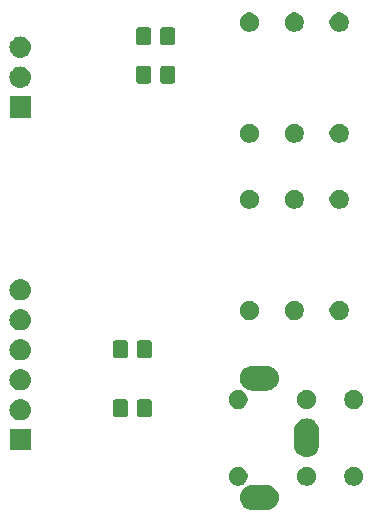
<source format=gts>
G04 #@! TF.GenerationSoftware,KiCad,Pcbnew,(5.0.1)-4*
G04 #@! TF.CreationDate,2019-02-11T23:05:39+00:00*
G04 #@! TF.ProjectId,FT-8900-Headset,46542D383930302D486561647365742E,rev?*
G04 #@! TF.SameCoordinates,Original*
G04 #@! TF.FileFunction,Soldermask,Top*
G04 #@! TF.FilePolarity,Negative*
%FSLAX46Y46*%
G04 Gerber Fmt 4.6, Leading zero omitted, Abs format (unit mm)*
G04 Created by KiCad (PCBNEW (5.0.1)-4) date 11/02/2019 23:05:39*
%MOMM*%
%LPD*%
G01*
G04 APERTURE LIST*
%ADD10C,0.100000*%
G04 APERTURE END LIST*
D10*
G36*
X174307408Y-123519310D02*
X174307411Y-123519311D01*
X174307412Y-123519311D01*
X174505430Y-123579379D01*
X174505432Y-123579380D01*
X174505435Y-123579381D01*
X174687925Y-123676923D01*
X174847882Y-123808198D01*
X174979157Y-123968155D01*
X175076699Y-124150645D01*
X175136770Y-124348672D01*
X175157052Y-124554600D01*
X175136770Y-124760528D01*
X175076699Y-124958555D01*
X174979157Y-125141045D01*
X174847882Y-125301002D01*
X174687925Y-125432277D01*
X174505435Y-125529819D01*
X174505432Y-125529820D01*
X174505430Y-125529821D01*
X174307412Y-125589889D01*
X174307411Y-125589889D01*
X174307408Y-125589890D01*
X174153081Y-125605090D01*
X172850999Y-125605090D01*
X172696672Y-125589890D01*
X172696669Y-125589889D01*
X172696668Y-125589889D01*
X172498650Y-125529821D01*
X172498648Y-125529820D01*
X172498645Y-125529819D01*
X172316155Y-125432277D01*
X172156198Y-125301002D01*
X172024923Y-125141045D01*
X171927381Y-124958555D01*
X171867310Y-124760528D01*
X171847028Y-124554600D01*
X171867310Y-124348672D01*
X171927381Y-124150645D01*
X172024923Y-123968155D01*
X172156198Y-123808198D01*
X172316155Y-123676923D01*
X172498645Y-123579381D01*
X172498648Y-123579380D01*
X172498650Y-123579379D01*
X172696668Y-123519311D01*
X172696669Y-123519311D01*
X172696672Y-123519310D01*
X172850999Y-123504110D01*
X174153081Y-123504110D01*
X174307408Y-123519310D01*
X174307408Y-123519310D01*
G37*
G36*
X181733643Y-121979781D02*
X181879415Y-122040162D01*
X182010611Y-122127824D01*
X182122176Y-122239389D01*
X182209838Y-122370585D01*
X182270219Y-122516357D01*
X182301000Y-122671107D01*
X182301000Y-122828893D01*
X182270219Y-122983643D01*
X182209838Y-123129415D01*
X182122176Y-123260611D01*
X182010611Y-123372176D01*
X181879415Y-123459838D01*
X181733643Y-123520219D01*
X181578893Y-123551000D01*
X181421107Y-123551000D01*
X181266357Y-123520219D01*
X181120585Y-123459838D01*
X180989389Y-123372176D01*
X180877824Y-123260611D01*
X180790162Y-123129415D01*
X180729781Y-122983643D01*
X180699000Y-122828893D01*
X180699000Y-122671107D01*
X180729781Y-122516357D01*
X180790162Y-122370585D01*
X180877824Y-122239389D01*
X180989389Y-122127824D01*
X181120585Y-122040162D01*
X181266357Y-121979781D01*
X181421107Y-121949000D01*
X181578893Y-121949000D01*
X181733643Y-121979781D01*
X181733643Y-121979781D01*
G37*
G36*
X171933643Y-121979781D02*
X172079415Y-122040162D01*
X172210611Y-122127824D01*
X172322176Y-122239389D01*
X172409838Y-122370585D01*
X172470219Y-122516357D01*
X172501000Y-122671107D01*
X172501000Y-122828893D01*
X172470219Y-122983643D01*
X172409838Y-123129415D01*
X172322176Y-123260611D01*
X172210611Y-123372176D01*
X172079415Y-123459838D01*
X171933643Y-123520219D01*
X171778893Y-123551000D01*
X171621107Y-123551000D01*
X171466357Y-123520219D01*
X171320585Y-123459838D01*
X171189389Y-123372176D01*
X171077824Y-123260611D01*
X170990162Y-123129415D01*
X170929781Y-122983643D01*
X170899000Y-122828893D01*
X170899000Y-122671107D01*
X170929781Y-122516357D01*
X170990162Y-122370585D01*
X171077824Y-122239389D01*
X171189389Y-122127824D01*
X171320585Y-122040162D01*
X171466357Y-121979781D01*
X171621107Y-121949000D01*
X171778893Y-121949000D01*
X171933643Y-121979781D01*
X171933643Y-121979781D01*
G37*
G36*
X177733643Y-121979781D02*
X177879415Y-122040162D01*
X178010611Y-122127824D01*
X178122176Y-122239389D01*
X178209838Y-122370585D01*
X178270219Y-122516357D01*
X178301000Y-122671107D01*
X178301000Y-122828893D01*
X178270219Y-122983643D01*
X178209838Y-123129415D01*
X178122176Y-123260611D01*
X178010611Y-123372176D01*
X177879415Y-123459838D01*
X177733643Y-123520219D01*
X177578893Y-123551000D01*
X177421107Y-123551000D01*
X177266357Y-123520219D01*
X177120585Y-123459838D01*
X176989389Y-123372176D01*
X176877824Y-123260611D01*
X176790162Y-123129415D01*
X176729781Y-122983643D01*
X176699000Y-122828893D01*
X176699000Y-122671107D01*
X176729781Y-122516357D01*
X176790162Y-122370585D01*
X176877824Y-122239389D01*
X176989389Y-122127824D01*
X177120585Y-122040162D01*
X177266357Y-121979781D01*
X177421107Y-121949000D01*
X177578893Y-121949000D01*
X177733643Y-121979781D01*
X177733643Y-121979781D01*
G37*
G36*
X177705927Y-117865270D02*
X177705930Y-117865271D01*
X177705931Y-117865271D01*
X177903949Y-117925339D01*
X177903951Y-117925340D01*
X177903954Y-117925341D01*
X178086444Y-118022883D01*
X178246402Y-118154158D01*
X178377677Y-118314115D01*
X178475219Y-118496605D01*
X178535290Y-118694632D01*
X178550490Y-118848959D01*
X178550490Y-120151041D01*
X178535290Y-120305368D01*
X178475219Y-120503395D01*
X178377677Y-120685885D01*
X178246402Y-120845842D01*
X178086445Y-120977117D01*
X177903955Y-121074659D01*
X177903952Y-121074660D01*
X177903950Y-121074661D01*
X177705932Y-121134729D01*
X177705931Y-121134729D01*
X177705928Y-121134730D01*
X177500000Y-121155012D01*
X177294073Y-121134730D01*
X177294070Y-121134729D01*
X177294069Y-121134729D01*
X177096051Y-121074661D01*
X177096049Y-121074660D01*
X177096046Y-121074659D01*
X176913556Y-120977117D01*
X176753599Y-120845842D01*
X176622325Y-120685886D01*
X176524780Y-120503392D01*
X176464710Y-120305368D01*
X176449510Y-120151041D01*
X176449510Y-118848960D01*
X176464710Y-118694633D01*
X176464711Y-118694629D01*
X176524779Y-118496611D01*
X176524780Y-118496609D01*
X176524781Y-118496606D01*
X176622323Y-118314116D01*
X176753598Y-118154158D01*
X176913555Y-118022883D01*
X177096045Y-117925341D01*
X177096048Y-117925340D01*
X177096050Y-117925339D01*
X177294068Y-117865271D01*
X177294069Y-117865271D01*
X177294072Y-117865270D01*
X177500000Y-117844988D01*
X177705927Y-117865270D01*
X177705927Y-117865270D01*
G37*
G36*
X154151000Y-120561000D02*
X152349000Y-120561000D01*
X152349000Y-118759000D01*
X154151000Y-118759000D01*
X154151000Y-120561000D01*
X154151000Y-120561000D01*
G37*
G36*
X153360443Y-116225519D02*
X153426627Y-116232037D01*
X153534955Y-116264898D01*
X153596467Y-116283557D01*
X153681283Y-116328893D01*
X153752991Y-116367222D01*
X153760806Y-116373636D01*
X153890186Y-116479814D01*
X153973448Y-116581271D01*
X154002778Y-116617009D01*
X154002779Y-116617011D01*
X154086443Y-116773533D01*
X154086443Y-116773534D01*
X154137963Y-116943373D01*
X154155359Y-117120000D01*
X154137963Y-117296627D01*
X154103616Y-117409853D01*
X154086443Y-117466467D01*
X154079836Y-117478827D01*
X154002778Y-117622991D01*
X153973448Y-117658729D01*
X153890186Y-117760186D01*
X153788729Y-117843448D01*
X153752991Y-117872778D01*
X153752989Y-117872779D01*
X153596467Y-117956443D01*
X153539853Y-117973616D01*
X153426627Y-118007963D01*
X153360443Y-118014481D01*
X153294260Y-118021000D01*
X153205740Y-118021000D01*
X153139557Y-118014481D01*
X153073373Y-118007963D01*
X152960147Y-117973616D01*
X152903533Y-117956443D01*
X152747011Y-117872779D01*
X152747009Y-117872778D01*
X152711271Y-117843448D01*
X152609814Y-117760186D01*
X152526552Y-117658729D01*
X152497222Y-117622991D01*
X152420164Y-117478827D01*
X152413557Y-117466467D01*
X152396384Y-117409853D01*
X152362037Y-117296627D01*
X152344641Y-117120000D01*
X152362037Y-116943373D01*
X152413557Y-116773534D01*
X152413557Y-116773533D01*
X152497221Y-116617011D01*
X152497222Y-116617009D01*
X152526552Y-116581271D01*
X152609814Y-116479814D01*
X152739194Y-116373636D01*
X152747009Y-116367222D01*
X152818717Y-116328893D01*
X152903533Y-116283557D01*
X152965045Y-116264898D01*
X153073373Y-116232037D01*
X153139557Y-116225519D01*
X153205740Y-116219000D01*
X153294260Y-116219000D01*
X153360443Y-116225519D01*
X153360443Y-116225519D01*
G37*
G36*
X164238677Y-116253465D02*
X164276364Y-116264898D01*
X164311103Y-116283466D01*
X164341548Y-116308452D01*
X164366534Y-116338897D01*
X164385102Y-116373636D01*
X164396535Y-116411323D01*
X164401000Y-116456661D01*
X164401000Y-117543339D01*
X164396535Y-117588677D01*
X164385102Y-117626364D01*
X164366534Y-117661103D01*
X164341548Y-117691548D01*
X164311103Y-117716534D01*
X164276364Y-117735102D01*
X164238677Y-117746535D01*
X164193339Y-117751000D01*
X163356661Y-117751000D01*
X163311323Y-117746535D01*
X163273636Y-117735102D01*
X163238897Y-117716534D01*
X163208452Y-117691548D01*
X163183466Y-117661103D01*
X163164898Y-117626364D01*
X163153465Y-117588677D01*
X163149000Y-117543339D01*
X163149000Y-116456661D01*
X163153465Y-116411323D01*
X163164898Y-116373636D01*
X163183466Y-116338897D01*
X163208452Y-116308452D01*
X163238897Y-116283466D01*
X163273636Y-116264898D01*
X163311323Y-116253465D01*
X163356661Y-116249000D01*
X164193339Y-116249000D01*
X164238677Y-116253465D01*
X164238677Y-116253465D01*
G37*
G36*
X162188677Y-116253465D02*
X162226364Y-116264898D01*
X162261103Y-116283466D01*
X162291548Y-116308452D01*
X162316534Y-116338897D01*
X162335102Y-116373636D01*
X162346535Y-116411323D01*
X162351000Y-116456661D01*
X162351000Y-117543339D01*
X162346535Y-117588677D01*
X162335102Y-117626364D01*
X162316534Y-117661103D01*
X162291548Y-117691548D01*
X162261103Y-117716534D01*
X162226364Y-117735102D01*
X162188677Y-117746535D01*
X162143339Y-117751000D01*
X161306661Y-117751000D01*
X161261323Y-117746535D01*
X161223636Y-117735102D01*
X161188897Y-117716534D01*
X161158452Y-117691548D01*
X161133466Y-117661103D01*
X161114898Y-117626364D01*
X161103465Y-117588677D01*
X161099000Y-117543339D01*
X161099000Y-116456661D01*
X161103465Y-116411323D01*
X161114898Y-116373636D01*
X161133466Y-116338897D01*
X161158452Y-116308452D01*
X161188897Y-116283466D01*
X161223636Y-116264898D01*
X161261323Y-116253465D01*
X161306661Y-116249000D01*
X162143339Y-116249000D01*
X162188677Y-116253465D01*
X162188677Y-116253465D01*
G37*
G36*
X171933643Y-115479781D02*
X172079415Y-115540162D01*
X172210611Y-115627824D01*
X172322176Y-115739389D01*
X172409838Y-115870585D01*
X172470219Y-116016357D01*
X172501000Y-116171107D01*
X172501000Y-116328893D01*
X172470219Y-116483643D01*
X172409838Y-116629415D01*
X172322176Y-116760611D01*
X172210611Y-116872176D01*
X172079415Y-116959838D01*
X171933643Y-117020219D01*
X171778893Y-117051000D01*
X171621107Y-117051000D01*
X171466357Y-117020219D01*
X171320585Y-116959838D01*
X171189389Y-116872176D01*
X171077824Y-116760611D01*
X170990162Y-116629415D01*
X170929781Y-116483643D01*
X170899000Y-116328893D01*
X170899000Y-116171107D01*
X170929781Y-116016357D01*
X170990162Y-115870585D01*
X171077824Y-115739389D01*
X171189389Y-115627824D01*
X171320585Y-115540162D01*
X171466357Y-115479781D01*
X171621107Y-115449000D01*
X171778893Y-115449000D01*
X171933643Y-115479781D01*
X171933643Y-115479781D01*
G37*
G36*
X181733643Y-115479781D02*
X181879415Y-115540162D01*
X182010611Y-115627824D01*
X182122176Y-115739389D01*
X182209838Y-115870585D01*
X182270219Y-116016357D01*
X182301000Y-116171107D01*
X182301000Y-116328893D01*
X182270219Y-116483643D01*
X182209838Y-116629415D01*
X182122176Y-116760611D01*
X182010611Y-116872176D01*
X181879415Y-116959838D01*
X181733643Y-117020219D01*
X181578893Y-117051000D01*
X181421107Y-117051000D01*
X181266357Y-117020219D01*
X181120585Y-116959838D01*
X180989389Y-116872176D01*
X180877824Y-116760611D01*
X180790162Y-116629415D01*
X180729781Y-116483643D01*
X180699000Y-116328893D01*
X180699000Y-116171107D01*
X180729781Y-116016357D01*
X180790162Y-115870585D01*
X180877824Y-115739389D01*
X180989389Y-115627824D01*
X181120585Y-115540162D01*
X181266357Y-115479781D01*
X181421107Y-115449000D01*
X181578893Y-115449000D01*
X181733643Y-115479781D01*
X181733643Y-115479781D01*
G37*
G36*
X177733643Y-115479781D02*
X177879415Y-115540162D01*
X178010611Y-115627824D01*
X178122176Y-115739389D01*
X178209838Y-115870585D01*
X178270219Y-116016357D01*
X178301000Y-116171107D01*
X178301000Y-116328893D01*
X178270219Y-116483643D01*
X178209838Y-116629415D01*
X178122176Y-116760611D01*
X178010611Y-116872176D01*
X177879415Y-116959838D01*
X177733643Y-117020219D01*
X177578893Y-117051000D01*
X177421107Y-117051000D01*
X177266357Y-117020219D01*
X177120585Y-116959838D01*
X176989389Y-116872176D01*
X176877824Y-116760611D01*
X176790162Y-116629415D01*
X176729781Y-116483643D01*
X176699000Y-116328893D01*
X176699000Y-116171107D01*
X176729781Y-116016357D01*
X176790162Y-115870585D01*
X176877824Y-115739389D01*
X176989389Y-115627824D01*
X177120585Y-115540162D01*
X177266357Y-115479781D01*
X177421107Y-115449000D01*
X177578893Y-115449000D01*
X177733643Y-115479781D01*
X177733643Y-115479781D01*
G37*
G36*
X174307408Y-113410110D02*
X174307411Y-113410111D01*
X174307412Y-113410111D01*
X174505430Y-113470179D01*
X174505432Y-113470180D01*
X174505435Y-113470181D01*
X174687925Y-113567723D01*
X174847882Y-113698998D01*
X174979157Y-113858955D01*
X175076699Y-114041445D01*
X175076700Y-114041448D01*
X175076701Y-114041450D01*
X175134969Y-114233534D01*
X175136770Y-114239472D01*
X175157052Y-114445400D01*
X175136770Y-114651328D01*
X175136769Y-114651331D01*
X175136769Y-114651332D01*
X175104829Y-114756625D01*
X175076699Y-114849355D01*
X174979157Y-115031845D01*
X174847882Y-115191802D01*
X174687925Y-115323077D01*
X174505435Y-115420619D01*
X174505432Y-115420620D01*
X174505430Y-115420621D01*
X174307412Y-115480689D01*
X174307411Y-115480689D01*
X174307408Y-115480690D01*
X174153081Y-115495890D01*
X172850999Y-115495890D01*
X172696672Y-115480690D01*
X172696669Y-115480689D01*
X172696668Y-115480689D01*
X172498650Y-115420621D01*
X172498648Y-115420620D01*
X172498645Y-115420619D01*
X172316155Y-115323077D01*
X172156198Y-115191802D01*
X172024923Y-115031845D01*
X171927381Y-114849355D01*
X171899252Y-114756625D01*
X171867311Y-114651332D01*
X171867311Y-114651331D01*
X171867310Y-114651328D01*
X171847028Y-114445400D01*
X171867310Y-114239472D01*
X171869111Y-114233534D01*
X171927379Y-114041450D01*
X171927380Y-114041448D01*
X171927381Y-114041445D01*
X172024923Y-113858955D01*
X172156198Y-113698998D01*
X172316155Y-113567723D01*
X172498645Y-113470181D01*
X172498648Y-113470180D01*
X172498650Y-113470179D01*
X172696668Y-113410111D01*
X172696669Y-113410111D01*
X172696672Y-113410110D01*
X172850999Y-113394910D01*
X174153081Y-113394910D01*
X174307408Y-113410110D01*
X174307408Y-113410110D01*
G37*
G36*
X153360443Y-113685519D02*
X153426627Y-113692037D01*
X153539853Y-113726384D01*
X153596467Y-113743557D01*
X153735087Y-113817652D01*
X153752991Y-113827222D01*
X153788729Y-113856552D01*
X153890186Y-113939814D01*
X153973448Y-114041271D01*
X154002778Y-114077009D01*
X154002779Y-114077011D01*
X154086443Y-114233533D01*
X154103616Y-114290147D01*
X154137963Y-114403373D01*
X154155359Y-114580000D01*
X154137963Y-114756627D01*
X154109836Y-114849350D01*
X154086443Y-114926467D01*
X154030117Y-115031844D01*
X154002778Y-115082991D01*
X153973448Y-115118729D01*
X153890186Y-115220186D01*
X153788729Y-115303448D01*
X153752991Y-115332778D01*
X153752989Y-115332779D01*
X153596467Y-115416443D01*
X153539853Y-115433616D01*
X153426627Y-115467963D01*
X153360443Y-115474481D01*
X153294260Y-115481000D01*
X153205740Y-115481000D01*
X153139557Y-115474481D01*
X153073373Y-115467963D01*
X152960147Y-115433616D01*
X152903533Y-115416443D01*
X152747011Y-115332779D01*
X152747009Y-115332778D01*
X152711271Y-115303448D01*
X152609814Y-115220186D01*
X152526552Y-115118729D01*
X152497222Y-115082991D01*
X152469883Y-115031844D01*
X152413557Y-114926467D01*
X152390164Y-114849350D01*
X152362037Y-114756627D01*
X152344641Y-114580000D01*
X152362037Y-114403373D01*
X152396384Y-114290147D01*
X152413557Y-114233533D01*
X152497221Y-114077011D01*
X152497222Y-114077009D01*
X152526552Y-114041271D01*
X152609814Y-113939814D01*
X152711271Y-113856552D01*
X152747009Y-113827222D01*
X152764913Y-113817652D01*
X152903533Y-113743557D01*
X152960147Y-113726384D01*
X153073373Y-113692037D01*
X153139557Y-113685519D01*
X153205740Y-113679000D01*
X153294260Y-113679000D01*
X153360443Y-113685519D01*
X153360443Y-113685519D01*
G37*
G36*
X153360443Y-111145519D02*
X153426627Y-111152037D01*
X153539853Y-111186384D01*
X153596467Y-111203557D01*
X153689837Y-111253465D01*
X153752991Y-111287222D01*
X153788729Y-111316552D01*
X153890186Y-111399814D01*
X153973448Y-111501271D01*
X154002778Y-111537009D01*
X154002779Y-111537011D01*
X154086443Y-111693533D01*
X154086443Y-111693534D01*
X154137963Y-111863373D01*
X154155359Y-112040000D01*
X154137963Y-112216627D01*
X154103616Y-112329853D01*
X154086443Y-112386467D01*
X154037075Y-112478827D01*
X154002778Y-112542991D01*
X154002492Y-112543339D01*
X153890186Y-112680186D01*
X153788729Y-112763448D01*
X153752991Y-112792778D01*
X153752989Y-112792779D01*
X153596467Y-112876443D01*
X153539853Y-112893616D01*
X153426627Y-112927963D01*
X153360443Y-112934481D01*
X153294260Y-112941000D01*
X153205740Y-112941000D01*
X153139557Y-112934481D01*
X153073373Y-112927963D01*
X152960147Y-112893616D01*
X152903533Y-112876443D01*
X152747011Y-112792779D01*
X152747009Y-112792778D01*
X152711271Y-112763448D01*
X152609814Y-112680186D01*
X152497508Y-112543339D01*
X152497222Y-112542991D01*
X152462925Y-112478827D01*
X152413557Y-112386467D01*
X152396384Y-112329853D01*
X152362037Y-112216627D01*
X152344641Y-112040000D01*
X152362037Y-111863373D01*
X152413557Y-111693534D01*
X152413557Y-111693533D01*
X152497221Y-111537011D01*
X152497222Y-111537009D01*
X152526552Y-111501271D01*
X152609814Y-111399814D01*
X152711271Y-111316552D01*
X152747009Y-111287222D01*
X152810163Y-111253465D01*
X152903533Y-111203557D01*
X152960147Y-111186384D01*
X153073373Y-111152037D01*
X153139557Y-111145519D01*
X153205740Y-111139000D01*
X153294260Y-111139000D01*
X153360443Y-111145519D01*
X153360443Y-111145519D01*
G37*
G36*
X162188677Y-111253465D02*
X162226364Y-111264898D01*
X162261103Y-111283466D01*
X162291548Y-111308452D01*
X162316534Y-111338897D01*
X162335102Y-111373636D01*
X162346535Y-111411323D01*
X162351000Y-111456661D01*
X162351000Y-112543339D01*
X162346535Y-112588677D01*
X162335102Y-112626364D01*
X162316534Y-112661103D01*
X162291548Y-112691548D01*
X162261103Y-112716534D01*
X162226364Y-112735102D01*
X162188677Y-112746535D01*
X162143339Y-112751000D01*
X161306661Y-112751000D01*
X161261323Y-112746535D01*
X161223636Y-112735102D01*
X161188897Y-112716534D01*
X161158452Y-112691548D01*
X161133466Y-112661103D01*
X161114898Y-112626364D01*
X161103465Y-112588677D01*
X161099000Y-112543339D01*
X161099000Y-111456661D01*
X161103465Y-111411323D01*
X161114898Y-111373636D01*
X161133466Y-111338897D01*
X161158452Y-111308452D01*
X161188897Y-111283466D01*
X161223636Y-111264898D01*
X161261323Y-111253465D01*
X161306661Y-111249000D01*
X162143339Y-111249000D01*
X162188677Y-111253465D01*
X162188677Y-111253465D01*
G37*
G36*
X164238677Y-111253465D02*
X164276364Y-111264898D01*
X164311103Y-111283466D01*
X164341548Y-111308452D01*
X164366534Y-111338897D01*
X164385102Y-111373636D01*
X164396535Y-111411323D01*
X164401000Y-111456661D01*
X164401000Y-112543339D01*
X164396535Y-112588677D01*
X164385102Y-112626364D01*
X164366534Y-112661103D01*
X164341548Y-112691548D01*
X164311103Y-112716534D01*
X164276364Y-112735102D01*
X164238677Y-112746535D01*
X164193339Y-112751000D01*
X163356661Y-112751000D01*
X163311323Y-112746535D01*
X163273636Y-112735102D01*
X163238897Y-112716534D01*
X163208452Y-112691548D01*
X163183466Y-112661103D01*
X163164898Y-112626364D01*
X163153465Y-112588677D01*
X163149000Y-112543339D01*
X163149000Y-111456661D01*
X163153465Y-111411323D01*
X163164898Y-111373636D01*
X163183466Y-111338897D01*
X163208452Y-111308452D01*
X163238897Y-111283466D01*
X163273636Y-111264898D01*
X163311323Y-111253465D01*
X163356661Y-111249000D01*
X164193339Y-111249000D01*
X164238677Y-111253465D01*
X164238677Y-111253465D01*
G37*
G36*
X153360442Y-108605518D02*
X153426627Y-108612037D01*
X153539853Y-108646384D01*
X153596467Y-108663557D01*
X153735087Y-108737652D01*
X153752991Y-108747222D01*
X153788729Y-108776552D01*
X153890186Y-108859814D01*
X153953647Y-108937143D01*
X154002778Y-108997009D01*
X154002779Y-108997011D01*
X154086443Y-109153533D01*
X154086443Y-109153534D01*
X154137963Y-109323373D01*
X154155359Y-109500000D01*
X154137963Y-109676627D01*
X154103616Y-109789853D01*
X154086443Y-109846467D01*
X154012348Y-109985087D01*
X154002778Y-110002991D01*
X153973448Y-110038729D01*
X153890186Y-110140186D01*
X153788729Y-110223448D01*
X153752991Y-110252778D01*
X153752989Y-110252779D01*
X153596467Y-110336443D01*
X153539853Y-110353616D01*
X153426627Y-110387963D01*
X153360442Y-110394482D01*
X153294260Y-110401000D01*
X153205740Y-110401000D01*
X153139558Y-110394482D01*
X153073373Y-110387963D01*
X152960147Y-110353616D01*
X152903533Y-110336443D01*
X152747011Y-110252779D01*
X152747009Y-110252778D01*
X152711271Y-110223448D01*
X152609814Y-110140186D01*
X152526552Y-110038729D01*
X152497222Y-110002991D01*
X152487652Y-109985087D01*
X152413557Y-109846467D01*
X152396384Y-109789853D01*
X152362037Y-109676627D01*
X152344641Y-109500000D01*
X152362037Y-109323373D01*
X152413557Y-109153534D01*
X152413557Y-109153533D01*
X152497221Y-108997011D01*
X152497222Y-108997009D01*
X152546353Y-108937143D01*
X152609814Y-108859814D01*
X152711271Y-108776552D01*
X152747009Y-108747222D01*
X152764913Y-108737652D01*
X152903533Y-108663557D01*
X152960147Y-108646384D01*
X153073373Y-108612037D01*
X153139558Y-108605518D01*
X153205740Y-108599000D01*
X153294260Y-108599000D01*
X153360442Y-108605518D01*
X153360442Y-108605518D01*
G37*
G36*
X172887142Y-107918242D02*
X173035102Y-107979530D01*
X173168258Y-108068502D01*
X173281498Y-108181742D01*
X173370470Y-108314898D01*
X173431758Y-108462858D01*
X173463000Y-108619925D01*
X173463000Y-108780075D01*
X173431758Y-108937142D01*
X173370470Y-109085102D01*
X173281498Y-109218258D01*
X173168258Y-109331498D01*
X173035102Y-109420470D01*
X172887142Y-109481758D01*
X172730075Y-109513000D01*
X172569925Y-109513000D01*
X172412858Y-109481758D01*
X172264898Y-109420470D01*
X172131742Y-109331498D01*
X172018502Y-109218258D01*
X171929530Y-109085102D01*
X171868242Y-108937142D01*
X171837000Y-108780075D01*
X171837000Y-108619925D01*
X171868242Y-108462858D01*
X171929530Y-108314898D01*
X172018502Y-108181742D01*
X172131742Y-108068502D01*
X172264898Y-107979530D01*
X172412858Y-107918242D01*
X172569925Y-107887000D01*
X172730075Y-107887000D01*
X172887142Y-107918242D01*
X172887142Y-107918242D01*
G37*
G36*
X180487142Y-107918242D02*
X180635102Y-107979530D01*
X180768258Y-108068502D01*
X180881498Y-108181742D01*
X180970470Y-108314898D01*
X181031758Y-108462858D01*
X181063000Y-108619925D01*
X181063000Y-108780075D01*
X181031758Y-108937142D01*
X180970470Y-109085102D01*
X180881498Y-109218258D01*
X180768258Y-109331498D01*
X180635102Y-109420470D01*
X180487142Y-109481758D01*
X180330075Y-109513000D01*
X180169925Y-109513000D01*
X180012858Y-109481758D01*
X179864898Y-109420470D01*
X179731742Y-109331498D01*
X179618502Y-109218258D01*
X179529530Y-109085102D01*
X179468242Y-108937142D01*
X179437000Y-108780075D01*
X179437000Y-108619925D01*
X179468242Y-108462858D01*
X179529530Y-108314898D01*
X179618502Y-108181742D01*
X179731742Y-108068502D01*
X179864898Y-107979530D01*
X180012858Y-107918242D01*
X180169925Y-107887000D01*
X180330075Y-107887000D01*
X180487142Y-107918242D01*
X180487142Y-107918242D01*
G37*
G36*
X176687142Y-107918242D02*
X176835102Y-107979530D01*
X176968258Y-108068502D01*
X177081498Y-108181742D01*
X177170470Y-108314898D01*
X177231758Y-108462858D01*
X177263000Y-108619925D01*
X177263000Y-108780075D01*
X177231758Y-108937142D01*
X177170470Y-109085102D01*
X177081498Y-109218258D01*
X176968258Y-109331498D01*
X176835102Y-109420470D01*
X176687142Y-109481758D01*
X176530075Y-109513000D01*
X176369925Y-109513000D01*
X176212858Y-109481758D01*
X176064898Y-109420470D01*
X175931742Y-109331498D01*
X175818502Y-109218258D01*
X175729530Y-109085102D01*
X175668242Y-108937142D01*
X175637000Y-108780075D01*
X175637000Y-108619925D01*
X175668242Y-108462858D01*
X175729530Y-108314898D01*
X175818502Y-108181742D01*
X175931742Y-108068502D01*
X176064898Y-107979530D01*
X176212858Y-107918242D01*
X176369925Y-107887000D01*
X176530075Y-107887000D01*
X176687142Y-107918242D01*
X176687142Y-107918242D01*
G37*
G36*
X153360443Y-106065519D02*
X153426627Y-106072037D01*
X153539853Y-106106384D01*
X153596467Y-106123557D01*
X153735087Y-106197652D01*
X153752991Y-106207222D01*
X153788729Y-106236552D01*
X153890186Y-106319814D01*
X153973448Y-106421271D01*
X154002778Y-106457009D01*
X154002779Y-106457011D01*
X154086443Y-106613533D01*
X154086443Y-106613534D01*
X154137963Y-106783373D01*
X154155359Y-106960000D01*
X154137963Y-107136627D01*
X154103616Y-107249853D01*
X154086443Y-107306467D01*
X154012348Y-107445087D01*
X154002778Y-107462991D01*
X153973448Y-107498729D01*
X153890186Y-107600186D01*
X153788729Y-107683448D01*
X153752991Y-107712778D01*
X153752989Y-107712779D01*
X153596467Y-107796443D01*
X153539853Y-107813616D01*
X153426627Y-107847963D01*
X153360443Y-107854481D01*
X153294260Y-107861000D01*
X153205740Y-107861000D01*
X153139557Y-107854481D01*
X153073373Y-107847963D01*
X152960147Y-107813616D01*
X152903533Y-107796443D01*
X152747011Y-107712779D01*
X152747009Y-107712778D01*
X152711271Y-107683448D01*
X152609814Y-107600186D01*
X152526552Y-107498729D01*
X152497222Y-107462991D01*
X152487652Y-107445087D01*
X152413557Y-107306467D01*
X152396384Y-107249853D01*
X152362037Y-107136627D01*
X152344641Y-106960000D01*
X152362037Y-106783373D01*
X152413557Y-106613534D01*
X152413557Y-106613533D01*
X152497221Y-106457011D01*
X152497222Y-106457009D01*
X152526552Y-106421271D01*
X152609814Y-106319814D01*
X152711271Y-106236552D01*
X152747009Y-106207222D01*
X152764913Y-106197652D01*
X152903533Y-106123557D01*
X152960147Y-106106384D01*
X153073373Y-106072037D01*
X153139557Y-106065519D01*
X153205740Y-106059000D01*
X153294260Y-106059000D01*
X153360443Y-106065519D01*
X153360443Y-106065519D01*
G37*
G36*
X172887142Y-98518242D02*
X173035102Y-98579530D01*
X173168258Y-98668502D01*
X173281498Y-98781742D01*
X173370470Y-98914898D01*
X173431758Y-99062858D01*
X173463000Y-99219925D01*
X173463000Y-99380075D01*
X173431758Y-99537142D01*
X173370470Y-99685102D01*
X173281498Y-99818258D01*
X173168258Y-99931498D01*
X173035102Y-100020470D01*
X172887142Y-100081758D01*
X172730075Y-100113000D01*
X172569925Y-100113000D01*
X172412858Y-100081758D01*
X172264898Y-100020470D01*
X172131742Y-99931498D01*
X172018502Y-99818258D01*
X171929530Y-99685102D01*
X171868242Y-99537142D01*
X171837000Y-99380075D01*
X171837000Y-99219925D01*
X171868242Y-99062858D01*
X171929530Y-98914898D01*
X172018502Y-98781742D01*
X172131742Y-98668502D01*
X172264898Y-98579530D01*
X172412858Y-98518242D01*
X172569925Y-98487000D01*
X172730075Y-98487000D01*
X172887142Y-98518242D01*
X172887142Y-98518242D01*
G37*
G36*
X176687142Y-98518242D02*
X176835102Y-98579530D01*
X176968258Y-98668502D01*
X177081498Y-98781742D01*
X177170470Y-98914898D01*
X177231758Y-99062858D01*
X177263000Y-99219925D01*
X177263000Y-99380075D01*
X177231758Y-99537142D01*
X177170470Y-99685102D01*
X177081498Y-99818258D01*
X176968258Y-99931498D01*
X176835102Y-100020470D01*
X176687142Y-100081758D01*
X176530075Y-100113000D01*
X176369925Y-100113000D01*
X176212858Y-100081758D01*
X176064898Y-100020470D01*
X175931742Y-99931498D01*
X175818502Y-99818258D01*
X175729530Y-99685102D01*
X175668242Y-99537142D01*
X175637000Y-99380075D01*
X175637000Y-99219925D01*
X175668242Y-99062858D01*
X175729530Y-98914898D01*
X175818502Y-98781742D01*
X175931742Y-98668502D01*
X176064898Y-98579530D01*
X176212858Y-98518242D01*
X176369925Y-98487000D01*
X176530075Y-98487000D01*
X176687142Y-98518242D01*
X176687142Y-98518242D01*
G37*
G36*
X180487142Y-98518242D02*
X180635102Y-98579530D01*
X180768258Y-98668502D01*
X180881498Y-98781742D01*
X180970470Y-98914898D01*
X181031758Y-99062858D01*
X181063000Y-99219925D01*
X181063000Y-99380075D01*
X181031758Y-99537142D01*
X180970470Y-99685102D01*
X180881498Y-99818258D01*
X180768258Y-99931498D01*
X180635102Y-100020470D01*
X180487142Y-100081758D01*
X180330075Y-100113000D01*
X180169925Y-100113000D01*
X180012858Y-100081758D01*
X179864898Y-100020470D01*
X179731742Y-99931498D01*
X179618502Y-99818258D01*
X179529530Y-99685102D01*
X179468242Y-99537142D01*
X179437000Y-99380075D01*
X179437000Y-99219925D01*
X179468242Y-99062858D01*
X179529530Y-98914898D01*
X179618502Y-98781742D01*
X179731742Y-98668502D01*
X179864898Y-98579530D01*
X180012858Y-98518242D01*
X180169925Y-98487000D01*
X180330075Y-98487000D01*
X180487142Y-98518242D01*
X180487142Y-98518242D01*
G37*
G36*
X180487142Y-92918242D02*
X180635102Y-92979530D01*
X180768258Y-93068502D01*
X180881498Y-93181742D01*
X180970470Y-93314898D01*
X181031758Y-93462858D01*
X181063000Y-93619925D01*
X181063000Y-93780075D01*
X181031758Y-93937142D01*
X180970470Y-94085102D01*
X180881498Y-94218258D01*
X180768258Y-94331498D01*
X180635102Y-94420470D01*
X180487142Y-94481758D01*
X180330075Y-94513000D01*
X180169925Y-94513000D01*
X180012858Y-94481758D01*
X179864898Y-94420470D01*
X179731742Y-94331498D01*
X179618502Y-94218258D01*
X179529530Y-94085102D01*
X179468242Y-93937142D01*
X179437000Y-93780075D01*
X179437000Y-93619925D01*
X179468242Y-93462858D01*
X179529530Y-93314898D01*
X179618502Y-93181742D01*
X179731742Y-93068502D01*
X179864898Y-92979530D01*
X180012858Y-92918242D01*
X180169925Y-92887000D01*
X180330075Y-92887000D01*
X180487142Y-92918242D01*
X180487142Y-92918242D01*
G37*
G36*
X176687142Y-92918242D02*
X176835102Y-92979530D01*
X176968258Y-93068502D01*
X177081498Y-93181742D01*
X177170470Y-93314898D01*
X177231758Y-93462858D01*
X177263000Y-93619925D01*
X177263000Y-93780075D01*
X177231758Y-93937142D01*
X177170470Y-94085102D01*
X177081498Y-94218258D01*
X176968258Y-94331498D01*
X176835102Y-94420470D01*
X176687142Y-94481758D01*
X176530075Y-94513000D01*
X176369925Y-94513000D01*
X176212858Y-94481758D01*
X176064898Y-94420470D01*
X175931742Y-94331498D01*
X175818502Y-94218258D01*
X175729530Y-94085102D01*
X175668242Y-93937142D01*
X175637000Y-93780075D01*
X175637000Y-93619925D01*
X175668242Y-93462858D01*
X175729530Y-93314898D01*
X175818502Y-93181742D01*
X175931742Y-93068502D01*
X176064898Y-92979530D01*
X176212858Y-92918242D01*
X176369925Y-92887000D01*
X176530075Y-92887000D01*
X176687142Y-92918242D01*
X176687142Y-92918242D01*
G37*
G36*
X172887142Y-92918242D02*
X173035102Y-92979530D01*
X173168258Y-93068502D01*
X173281498Y-93181742D01*
X173370470Y-93314898D01*
X173431758Y-93462858D01*
X173463000Y-93619925D01*
X173463000Y-93780075D01*
X173431758Y-93937142D01*
X173370470Y-94085102D01*
X173281498Y-94218258D01*
X173168258Y-94331498D01*
X173035102Y-94420470D01*
X172887142Y-94481758D01*
X172730075Y-94513000D01*
X172569925Y-94513000D01*
X172412858Y-94481758D01*
X172264898Y-94420470D01*
X172131742Y-94331498D01*
X172018502Y-94218258D01*
X171929530Y-94085102D01*
X171868242Y-93937142D01*
X171837000Y-93780075D01*
X171837000Y-93619925D01*
X171868242Y-93462858D01*
X171929530Y-93314898D01*
X172018502Y-93181742D01*
X172131742Y-93068502D01*
X172264898Y-92979530D01*
X172412858Y-92918242D01*
X172569925Y-92887000D01*
X172730075Y-92887000D01*
X172887142Y-92918242D01*
X172887142Y-92918242D01*
G37*
G36*
X154151000Y-92401000D02*
X152349000Y-92401000D01*
X152349000Y-90599000D01*
X154151000Y-90599000D01*
X154151000Y-92401000D01*
X154151000Y-92401000D01*
G37*
G36*
X153360442Y-88065518D02*
X153426627Y-88072037D01*
X153539853Y-88106384D01*
X153596467Y-88123557D01*
X153735087Y-88197652D01*
X153752991Y-88207222D01*
X153766215Y-88218075D01*
X153890186Y-88319814D01*
X153973448Y-88421271D01*
X154002778Y-88457009D01*
X154002779Y-88457011D01*
X154086443Y-88613533D01*
X154086443Y-88613534D01*
X154137963Y-88783373D01*
X154155359Y-88960000D01*
X154137963Y-89136627D01*
X154109994Y-89228827D01*
X154086443Y-89306467D01*
X154047118Y-89380038D01*
X154002778Y-89462991D01*
X153984632Y-89485102D01*
X153890186Y-89600186D01*
X153788729Y-89683448D01*
X153752991Y-89712778D01*
X153752989Y-89712779D01*
X153596467Y-89796443D01*
X153539853Y-89813616D01*
X153426627Y-89847963D01*
X153360443Y-89854481D01*
X153294260Y-89861000D01*
X153205740Y-89861000D01*
X153139557Y-89854481D01*
X153073373Y-89847963D01*
X152960147Y-89813616D01*
X152903533Y-89796443D01*
X152747011Y-89712779D01*
X152747009Y-89712778D01*
X152711271Y-89683448D01*
X152609814Y-89600186D01*
X152515368Y-89485102D01*
X152497222Y-89462991D01*
X152452882Y-89380038D01*
X152413557Y-89306467D01*
X152390006Y-89228827D01*
X152362037Y-89136627D01*
X152344641Y-88960000D01*
X152362037Y-88783373D01*
X152413557Y-88613534D01*
X152413557Y-88613533D01*
X152497221Y-88457011D01*
X152497222Y-88457009D01*
X152526552Y-88421271D01*
X152609814Y-88319814D01*
X152733785Y-88218075D01*
X152747009Y-88207222D01*
X152764913Y-88197652D01*
X152903533Y-88123557D01*
X152960147Y-88106384D01*
X153073373Y-88072037D01*
X153139558Y-88065518D01*
X153205740Y-88059000D01*
X153294260Y-88059000D01*
X153360442Y-88065518D01*
X153360442Y-88065518D01*
G37*
G36*
X164163677Y-88003465D02*
X164201364Y-88014898D01*
X164236103Y-88033466D01*
X164266548Y-88058452D01*
X164291534Y-88088897D01*
X164310102Y-88123636D01*
X164321535Y-88161323D01*
X164326000Y-88206661D01*
X164326000Y-89293339D01*
X164321535Y-89338677D01*
X164310102Y-89376364D01*
X164291534Y-89411103D01*
X164266548Y-89441548D01*
X164236103Y-89466534D01*
X164201364Y-89485102D01*
X164163677Y-89496535D01*
X164118339Y-89501000D01*
X163281661Y-89501000D01*
X163236323Y-89496535D01*
X163198636Y-89485102D01*
X163163897Y-89466534D01*
X163133452Y-89441548D01*
X163108466Y-89411103D01*
X163089898Y-89376364D01*
X163078465Y-89338677D01*
X163074000Y-89293339D01*
X163074000Y-88206661D01*
X163078465Y-88161323D01*
X163089898Y-88123636D01*
X163108466Y-88088897D01*
X163133452Y-88058452D01*
X163163897Y-88033466D01*
X163198636Y-88014898D01*
X163236323Y-88003465D01*
X163281661Y-87999000D01*
X164118339Y-87999000D01*
X164163677Y-88003465D01*
X164163677Y-88003465D01*
G37*
G36*
X166213677Y-88003465D02*
X166251364Y-88014898D01*
X166286103Y-88033466D01*
X166316548Y-88058452D01*
X166341534Y-88088897D01*
X166360102Y-88123636D01*
X166371535Y-88161323D01*
X166376000Y-88206661D01*
X166376000Y-89293339D01*
X166371535Y-89338677D01*
X166360102Y-89376364D01*
X166341534Y-89411103D01*
X166316548Y-89441548D01*
X166286103Y-89466534D01*
X166251364Y-89485102D01*
X166213677Y-89496535D01*
X166168339Y-89501000D01*
X165331661Y-89501000D01*
X165286323Y-89496535D01*
X165248636Y-89485102D01*
X165213897Y-89466534D01*
X165183452Y-89441548D01*
X165158466Y-89411103D01*
X165139898Y-89376364D01*
X165128465Y-89338677D01*
X165124000Y-89293339D01*
X165124000Y-88206661D01*
X165128465Y-88161323D01*
X165139898Y-88123636D01*
X165158466Y-88088897D01*
X165183452Y-88058452D01*
X165213897Y-88033466D01*
X165248636Y-88014898D01*
X165286323Y-88003465D01*
X165331661Y-87999000D01*
X166168339Y-87999000D01*
X166213677Y-88003465D01*
X166213677Y-88003465D01*
G37*
G36*
X153360443Y-85525519D02*
X153426627Y-85532037D01*
X153539853Y-85566384D01*
X153596467Y-85583557D01*
X153735087Y-85657652D01*
X153752991Y-85667222D01*
X153788729Y-85696552D01*
X153890186Y-85779814D01*
X153973448Y-85881271D01*
X154002778Y-85917009D01*
X154002779Y-85917011D01*
X154086443Y-86073533D01*
X154091037Y-86088677D01*
X154137963Y-86243373D01*
X154155359Y-86420000D01*
X154137963Y-86596627D01*
X154103616Y-86709853D01*
X154086443Y-86766467D01*
X154012348Y-86905087D01*
X154002778Y-86922991D01*
X153973448Y-86958729D01*
X153890186Y-87060186D01*
X153788729Y-87143448D01*
X153752991Y-87172778D01*
X153752989Y-87172779D01*
X153596467Y-87256443D01*
X153539853Y-87273616D01*
X153426627Y-87307963D01*
X153360443Y-87314481D01*
X153294260Y-87321000D01*
X153205740Y-87321000D01*
X153139557Y-87314481D01*
X153073373Y-87307963D01*
X152960147Y-87273616D01*
X152903533Y-87256443D01*
X152747011Y-87172779D01*
X152747009Y-87172778D01*
X152711271Y-87143448D01*
X152609814Y-87060186D01*
X152526552Y-86958729D01*
X152497222Y-86922991D01*
X152487652Y-86905087D01*
X152413557Y-86766467D01*
X152396384Y-86709853D01*
X152362037Y-86596627D01*
X152344641Y-86420000D01*
X152362037Y-86243373D01*
X152408963Y-86088677D01*
X152413557Y-86073533D01*
X152497221Y-85917011D01*
X152497222Y-85917009D01*
X152526552Y-85881271D01*
X152609814Y-85779814D01*
X152711271Y-85696552D01*
X152747009Y-85667222D01*
X152764913Y-85657652D01*
X152903533Y-85583557D01*
X152960147Y-85566384D01*
X153073373Y-85532037D01*
X153139557Y-85525519D01*
X153205740Y-85519000D01*
X153294260Y-85519000D01*
X153360443Y-85525519D01*
X153360443Y-85525519D01*
G37*
G36*
X166213677Y-84753465D02*
X166251364Y-84764898D01*
X166286103Y-84783466D01*
X166316548Y-84808452D01*
X166341534Y-84838897D01*
X166360102Y-84873636D01*
X166371535Y-84911323D01*
X166376000Y-84956661D01*
X166376000Y-86043339D01*
X166371535Y-86088677D01*
X166360102Y-86126364D01*
X166341534Y-86161103D01*
X166316548Y-86191548D01*
X166286103Y-86216534D01*
X166251364Y-86235102D01*
X166213677Y-86246535D01*
X166168339Y-86251000D01*
X165331661Y-86251000D01*
X165286323Y-86246535D01*
X165248636Y-86235102D01*
X165213897Y-86216534D01*
X165183452Y-86191548D01*
X165158466Y-86161103D01*
X165139898Y-86126364D01*
X165128465Y-86088677D01*
X165124000Y-86043339D01*
X165124000Y-84956661D01*
X165128465Y-84911323D01*
X165139898Y-84873636D01*
X165158466Y-84838897D01*
X165183452Y-84808452D01*
X165213897Y-84783466D01*
X165248636Y-84764898D01*
X165286323Y-84753465D01*
X165331661Y-84749000D01*
X166168339Y-84749000D01*
X166213677Y-84753465D01*
X166213677Y-84753465D01*
G37*
G36*
X164163677Y-84753465D02*
X164201364Y-84764898D01*
X164236103Y-84783466D01*
X164266548Y-84808452D01*
X164291534Y-84838897D01*
X164310102Y-84873636D01*
X164321535Y-84911323D01*
X164326000Y-84956661D01*
X164326000Y-86043339D01*
X164321535Y-86088677D01*
X164310102Y-86126364D01*
X164291534Y-86161103D01*
X164266548Y-86191548D01*
X164236103Y-86216534D01*
X164201364Y-86235102D01*
X164163677Y-86246535D01*
X164118339Y-86251000D01*
X163281661Y-86251000D01*
X163236323Y-86246535D01*
X163198636Y-86235102D01*
X163163897Y-86216534D01*
X163133452Y-86191548D01*
X163108466Y-86161103D01*
X163089898Y-86126364D01*
X163078465Y-86088677D01*
X163074000Y-86043339D01*
X163074000Y-84956661D01*
X163078465Y-84911323D01*
X163089898Y-84873636D01*
X163108466Y-84838897D01*
X163133452Y-84808452D01*
X163163897Y-84783466D01*
X163198636Y-84764898D01*
X163236323Y-84753465D01*
X163281661Y-84749000D01*
X164118339Y-84749000D01*
X164163677Y-84753465D01*
X164163677Y-84753465D01*
G37*
G36*
X180487142Y-83518242D02*
X180635102Y-83579530D01*
X180768258Y-83668502D01*
X180881498Y-83781742D01*
X180970470Y-83914898D01*
X181031758Y-84062858D01*
X181063000Y-84219925D01*
X181063000Y-84380075D01*
X181031758Y-84537142D01*
X180970470Y-84685102D01*
X180881498Y-84818258D01*
X180768258Y-84931498D01*
X180635102Y-85020470D01*
X180487142Y-85081758D01*
X180330075Y-85113000D01*
X180169925Y-85113000D01*
X180012858Y-85081758D01*
X179864898Y-85020470D01*
X179731742Y-84931498D01*
X179618502Y-84818258D01*
X179529530Y-84685102D01*
X179468242Y-84537142D01*
X179437000Y-84380075D01*
X179437000Y-84219925D01*
X179468242Y-84062858D01*
X179529530Y-83914898D01*
X179618502Y-83781742D01*
X179731742Y-83668502D01*
X179864898Y-83579530D01*
X180012858Y-83518242D01*
X180169925Y-83487000D01*
X180330075Y-83487000D01*
X180487142Y-83518242D01*
X180487142Y-83518242D01*
G37*
G36*
X172887142Y-83518242D02*
X173035102Y-83579530D01*
X173168258Y-83668502D01*
X173281498Y-83781742D01*
X173370470Y-83914898D01*
X173431758Y-84062858D01*
X173463000Y-84219925D01*
X173463000Y-84380075D01*
X173431758Y-84537142D01*
X173370470Y-84685102D01*
X173281498Y-84818258D01*
X173168258Y-84931498D01*
X173035102Y-85020470D01*
X172887142Y-85081758D01*
X172730075Y-85113000D01*
X172569925Y-85113000D01*
X172412858Y-85081758D01*
X172264898Y-85020470D01*
X172131742Y-84931498D01*
X172018502Y-84818258D01*
X171929530Y-84685102D01*
X171868242Y-84537142D01*
X171837000Y-84380075D01*
X171837000Y-84219925D01*
X171868242Y-84062858D01*
X171929530Y-83914898D01*
X172018502Y-83781742D01*
X172131742Y-83668502D01*
X172264898Y-83579530D01*
X172412858Y-83518242D01*
X172569925Y-83487000D01*
X172730075Y-83487000D01*
X172887142Y-83518242D01*
X172887142Y-83518242D01*
G37*
G36*
X176687142Y-83518242D02*
X176835102Y-83579530D01*
X176968258Y-83668502D01*
X177081498Y-83781742D01*
X177170470Y-83914898D01*
X177231758Y-84062858D01*
X177263000Y-84219925D01*
X177263000Y-84380075D01*
X177231758Y-84537142D01*
X177170470Y-84685102D01*
X177081498Y-84818258D01*
X176968258Y-84931498D01*
X176835102Y-85020470D01*
X176687142Y-85081758D01*
X176530075Y-85113000D01*
X176369925Y-85113000D01*
X176212858Y-85081758D01*
X176064898Y-85020470D01*
X175931742Y-84931498D01*
X175818502Y-84818258D01*
X175729530Y-84685102D01*
X175668242Y-84537142D01*
X175637000Y-84380075D01*
X175637000Y-84219925D01*
X175668242Y-84062858D01*
X175729530Y-83914898D01*
X175818502Y-83781742D01*
X175931742Y-83668502D01*
X176064898Y-83579530D01*
X176212858Y-83518242D01*
X176369925Y-83487000D01*
X176530075Y-83487000D01*
X176687142Y-83518242D01*
X176687142Y-83518242D01*
G37*
M02*

</source>
